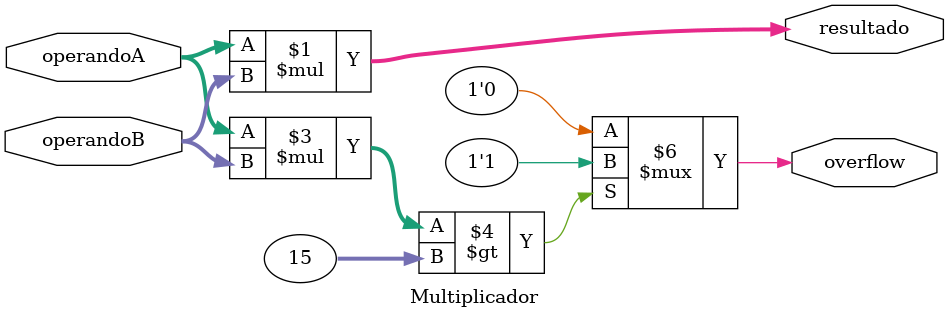
<source format=sv>
module Multiplicador #(parameter ancho = 'd3) (operandoA, operandoB, resultado, overflow);
	input [ancho:0] operandoA;
	input [ancho:0] operandoB;
	output [ancho:0] resultado;
	output logic overflow;
	assign resultado = operandoA * operandoB;
	
	always @(resultado) begin
		if ((operandoA * operandoB) > 'd15)
			overflow = 1;
		else
			overflow =
			0;
	end
	
endmodule 
</source>
